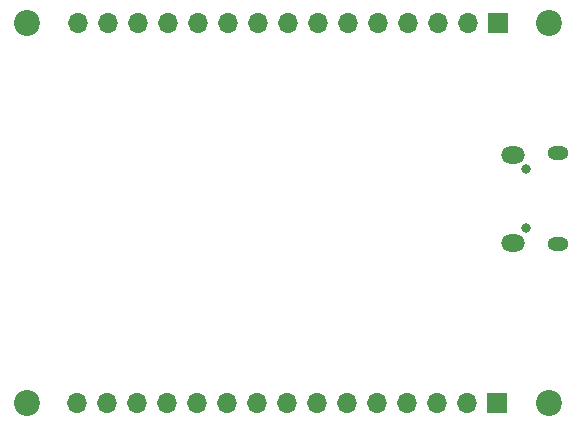
<source format=gbr>
%TF.GenerationSoftware,KiCad,Pcbnew,7.0.6-1.fc38*%
%TF.CreationDate,2023-08-06T10:31:57+03:00*%
%TF.ProjectId,stm32-breakout,73746d33-322d-4627-9265-616b6f75742e,v.1.0*%
%TF.SameCoordinates,Original*%
%TF.FileFunction,Soldermask,Bot*%
%TF.FilePolarity,Negative*%
%FSLAX46Y46*%
G04 Gerber Fmt 4.6, Leading zero omitted, Abs format (unit mm)*
G04 Created by KiCad (PCBNEW 7.0.6-1.fc38) date 2023-08-06 10:31:57*
%MOMM*%
%LPD*%
G01*
G04 APERTURE LIST*
%ADD10C,2.200000*%
%ADD11O,0.800000X0.800000*%
%ADD12O,1.800000X1.150000*%
%ADD13O,2.000000X1.450000*%
%ADD14R,1.700000X1.700000*%
%ADD15O,1.700000X1.700000*%
G04 APERTURE END LIST*
D10*
%TO.C,H1*%
X167200000Y-79800000D03*
%TD*%
%TO.C,H2*%
X167200000Y-112000000D03*
%TD*%
D11*
%TO.C,J1*%
X165250000Y-97217500D03*
X165250000Y-92217500D03*
D12*
X168000000Y-98592500D03*
D13*
X164200000Y-98442500D03*
X164200000Y-90992500D03*
D12*
X168000000Y-90842500D03*
%TD*%
D10*
%TO.C,H3*%
X123000000Y-79800000D03*
%TD*%
D14*
%TO.C,J2*%
X162860000Y-79800000D03*
D15*
X160320000Y-79800000D03*
X157780000Y-79800000D03*
X155240000Y-79800000D03*
X152700000Y-79800000D03*
X150160000Y-79800000D03*
X147620000Y-79800000D03*
X145080000Y-79800000D03*
X142540000Y-79800000D03*
X140000000Y-79800000D03*
X137460000Y-79800000D03*
X134920000Y-79800000D03*
X132380000Y-79800000D03*
X129840000Y-79800000D03*
X127300000Y-79800000D03*
%TD*%
D10*
%TO.C,H4*%
X123000000Y-112000000D03*
%TD*%
D14*
%TO.C,J3*%
X162820000Y-112000000D03*
D15*
X160280000Y-112000000D03*
X157740000Y-112000000D03*
X155200000Y-112000000D03*
X152660000Y-112000000D03*
X150120000Y-112000000D03*
X147580000Y-112000000D03*
X145040000Y-112000000D03*
X142500000Y-112000000D03*
X139960000Y-112000000D03*
X137420000Y-112000000D03*
X134880000Y-112000000D03*
X132340000Y-112000000D03*
X129800000Y-112000000D03*
X127260000Y-112000000D03*
%TD*%
M02*

</source>
